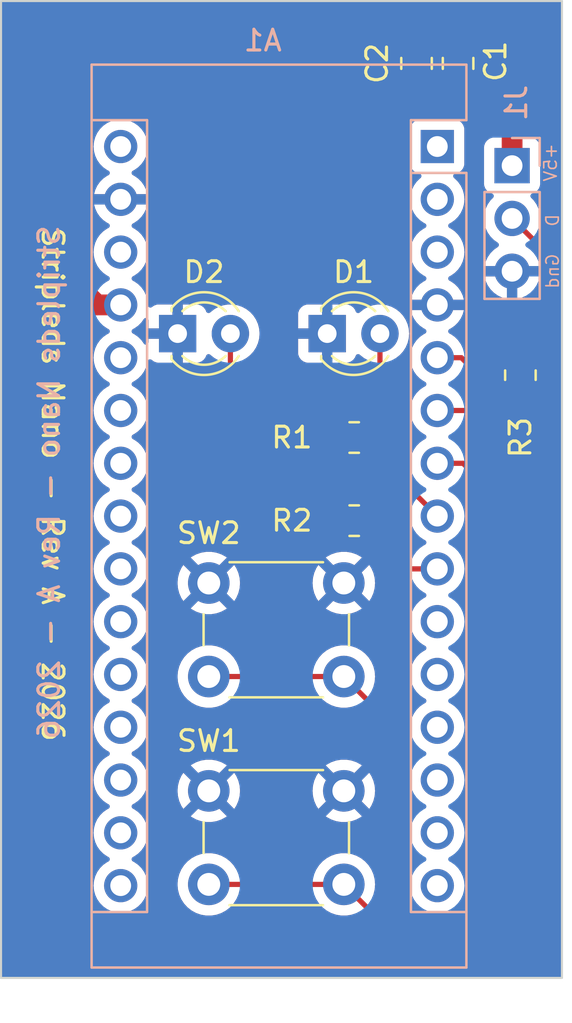
<source format=kicad_pcb>
(kicad_pcb (version 20221018) (generator pcbnew)
  (title_block (title "Carte Stripleds Nano") (date "2025-12-13") (rev "Rev A") (company "BPC") (comment 1 "2 SW - 2 LEDs - 1 Bandeau RGB - Alim USB"))
  (layers (0 "F.Cu" signal) (31 "B.Cu" signal) (34 "B.Paste" user) (35 "F.Paste" user) (36 "B.SilkS" user "B.Silkscreen") (37 "F.SilkS" user "F.Silkscreen") (38 "B.Mask" user) (39 "F.Mask" user) (44 "Edge.Cuts" user))
  (net 0 "")
  (net 7 "GND")
  (net 10 "Net-(A1-D3)")
  (net 12 "Net-(A1-D4)")
  (net 14 "Net-(A1-D5)")
  (net 16 "Net-(A1-D6)")
  (net 28 "Net-(A1-D2)")
  (net 29 "+5V")
  (net 30 "Net-(D1-A)")
  (net 31 "Net-(D2-A)")
  (net 32 "Net-(J1-Pin_2)")
  (footprint "LED_THT:LED_D3.0mm_FlatTop" (layer "F.Cu") (at 145.7 70)
    (fp_text reference "D1" (at 1.27 -2.96) (layer "F.SilkS"))
    (fp_text value "LED")
    (fp_line (start -0.29 -1.236) (end -0.29 -1.08) (stroke (width 0.12)) (layer "F.SilkS"))
    (fp_line (start -0.29 1.08) (end -0.29 1.236) (stroke (width 0.12)) (layer "F.SilkS"))
    (fp_arc (start -0.29 -1.235516) (mid 1.366487 -1.987659) (end 2.942335 -1.078608) (stroke (width 0.12)) (layer "F.SilkS"))
    (fp_arc (start 0.229039 -1.08) (mid 1.270117 -1.5) (end 2.31113 -1.079837) (stroke (width 0.12)) (layer "F.SilkS"))
    (fp_arc (start 2.31113 1.079837) (mid 1.270117 1.5) (end 0.229039 1.08) (stroke (width 0.12)) (layer "F.SilkS"))
    (fp_arc (start 2.942335 1.078608) (mid 1.366487 1.987659) (end -0.29 1.235516) (stroke (width 0.12)) (layer "F.SilkS"))
    (pad "1" thru_hole rect (at 0 0) (size 1.8 1.8) (drill 0.9) (layers "*.Cu" "*.Mask") (net 7 "GND"))
    (pad "2" thru_hole circle (at 2.54 0) (size 1.8 1.8) (drill 0.9) (layers "*.Cu" "*.Mask") (net 30 "Net-(D1-A)"))
  )
  (footprint "Button_Switch_THT:SW_PUSH_6mm" (layer "F.Cu") (at 140 92)
    (fp_text reference "SW1" (at 0 -2.4) (layer "F.SilkS"))
    (fp_text value "SW_Push")
    (fp_line (start -0.25 1.5) (end -0.25 3) (stroke (width 0.12)) (layer "F.SilkS"))
    (fp_line (start 1 5.5) (end 5.5 5.5) (stroke (width 0.12)) (layer "F.SilkS"))
    (fp_line (start 5.5 -1) (end 1 -1) (stroke (width 0.12)) (layer "F.SilkS"))
    (fp_line (start 6.75 3) (end 6.75 1.5) (stroke (width 0.12)) (layer "F.SilkS"))
    (pad "1" thru_hole circle (at 0 0 90) (size 2 2) (drill 1.1) (layers "*.Cu" "*.Mask") (net 7 "GND"))
    (pad "1" thru_hole circle (at 6.5 0 90) (size 2 2) (drill 1.1) (layers "*.Cu" "*.Mask") (net 7 "GND"))
    (pad "2" thru_hole circle (at 0 4.5 90) (size 2 2) (drill 1.1) (layers "*.Cu" "*.Mask") (net 10 "Net-(A1-D3)"))
    (pad "2" thru_hole circle (at 6.5 4.5 90) (size 2 2) (drill 1.1) (layers "*.Cu" "*.Mask") (net 10 "Net-(A1-D3)"))
  )
  (footprint "Button_Switch_THT:SW_PUSH_6mm" (layer "F.Cu") (at 140 82)
    (fp_text reference "SW2" (at 0 -2.4) (layer "F.SilkS"))
    (fp_text value "SW_Push")
    (fp_line (start -0.25 1.5) (end -0.25 3) (stroke (width 0.12)) (layer "F.SilkS"))
    (fp_line (start 1 5.5) (end 5.5 5.5) (stroke (width 0.12)) (layer "F.SilkS"))
    (fp_line (start 5.5 -1) (end 1 -1) (stroke (width 0.12)) (layer "F.SilkS"))
    (fp_line (start 6.75 3) (end 6.75 1.5) (stroke (width 0.12)) (layer "F.SilkS"))
    (pad "1" thru_hole circle (at 0 0 90) (size 2 2) (drill 1.1) (layers "*.Cu" "*.Mask") (net 7 "GND"))
    (pad "1" thru_hole circle (at 6.5 0 90) (size 2 2) (drill 1.1) (layers "*.Cu" "*.Mask") (net 7 "GND"))
    (pad "2" thru_hole circle (at 0 4.5 90) (size 2 2) (drill 1.1) (layers "*.Cu" "*.Mask") (net 12 "Net-(A1-D4)"))
    (pad "2" thru_hole circle (at 6.5 4.5 90) (size 2 2) (drill 1.1) (layers "*.Cu" "*.Mask") (net 12 "Net-(A1-D4)"))
  )
  (footprint "Resistor_SMD:R_0805_2012Metric_Pad1.20x1.40mm_HandSolder" (layer "F.Cu") (at 147 79)
    (fp_text reference "R2" (at -3 0) (layer "F.SilkS"))
    (fp_text value "220")
    (fp_line (start -0.227064 -0.735) (end 0.227064 -0.735) (stroke (width 0.12)) (layer "F.SilkS"))
    (fp_line (start -0.227064 0.735) (end 0.227064 0.735) (stroke (width 0.12)) (layer "F.SilkS"))
    (pad "1" smd roundrect (at -1 0) (size 1.2 1.4) (layers "F.Cu" "F.Paste" "F.Mask") (roundrect_rratio 0.208333) (net 31 "Net-(D2-A)"))
    (pad "2" smd roundrect (at 1 0) (size 1.2 1.4) (layers "F.Cu" "F.Paste" "F.Mask") (roundrect_rratio 0.208333) (net 16 "Net-(A1-D6)"))
  )
  (footprint "Resistor_SMD:R_0805_2012Metric_Pad1.20x1.40mm_HandSolder" (layer "F.Cu") (at 147 75)
    (fp_text reference "R1" (at -3 0) (layer "F.SilkS"))
    (fp_text value "220")
    (fp_line (start -0.227064 -0.735) (end 0.227064 -0.735) (stroke (width 0.12)) (layer "F.SilkS"))
    (fp_line (start -0.227064 0.735) (end 0.227064 0.735) (stroke (width 0.12)) (layer "F.SilkS"))
    (pad "1" smd roundrect (at -1 0) (size 1.2 1.4) (layers "F.Cu" "F.Paste" "F.Mask") (roundrect_rratio 0.208333) (net 30 "Net-(D1-A)"))
    (pad "2" smd roundrect (at 1 0) (size 1.2 1.4) (layers "F.Cu" "F.Paste" "F.Mask") (roundrect_rratio 0.208333) (net 14 "Net-(A1-D5)"))
  )
  (footprint "Capacitor_SMD:C_0805_2012Metric_Pad1.18x1.45mm_HandSolder" (layer "F.Cu") (at 152 57 90)
    (fp_text reference "C1" (at 0.1 1.8 270) (layer "F.SilkS"))
    (fp_text value "10n")
    (fp_line (start -0.261252 -0.735) (end 0.261252 -0.735) (stroke (width 0.12)) (layer "F.SilkS"))
    (fp_line (start -0.261252 0.735) (end 0.261252 0.735) (stroke (width 0.12)) (layer "F.SilkS"))
    (pad "1" smd roundrect (at -1.0375 0 90) (size 1.175 1.45) (layers "F.Cu" "F.Paste" "F.Mask") (roundrect_rratio 0.212766) (net 7 "GND"))
    (pad "2" smd roundrect (at 1.0375 0 90) (size 1.175 1.45) (layers "F.Cu" "F.Paste" "F.Mask") (roundrect_rratio 0.212766) (net 29 "+5V"))
  )
  (footprint "Capacitor_SMD:C_0805_2012Metric_Pad1.18x1.45mm_HandSolder" (layer "F.Cu") (at 150 57 -90)
    (fp_text reference "C2" (at 0 1.9 -90) (layer "F.SilkS"))
    (fp_text value "1µF")
    (fp_line (start -0.261252 -0.735) (end 0.261252 -0.735) (stroke (width 0.12)) (layer "F.SilkS"))
    (fp_line (start -0.261252 0.735) (end 0.261252 0.735) (stroke (width 0.12)) (layer "F.SilkS"))
    (pad "1" smd roundrect (at -1.0375 0 270) (size 1.175 1.45) (layers "F.Cu" "F.Paste" "F.Mask") (roundrect_rratio 0.212766) (net 29 "+5V"))
    (pad "2" smd roundrect (at 1.0375 0 270) (size 1.175 1.45) (layers "F.Cu" "F.Paste" "F.Mask") (roundrect_rratio 0.212766) (net 7 "GND"))
  )
  (footprint "LED_THT:LED_D3.0mm_FlatTop" (layer "F.Cu") (at 138.5 70)
    (fp_text reference "D2" (at 1.27 -2.96) (layer "F.SilkS"))
    (fp_text value "LED")
    (fp_line (start -0.29 -1.236) (end -0.29 -1.08) (stroke (width 0.12)) (layer "F.SilkS"))
    (fp_line (start -0.29 1.08) (end -0.29 1.236) (stroke (width 0.12)) (layer "F.SilkS"))
    (fp_arc (start -0.29 -1.235516) (mid 1.366487 -1.987659) (end 2.942335 -1.078608) (stroke (width 0.12)) (layer "F.SilkS"))
    (fp_arc (start 0.229039 -1.08) (mid 1.270117 -1.5) (end 2.31113 -1.079837) (stroke (width 0.12)) (layer "F.SilkS"))
    (fp_arc (start 2.31113 1.079837) (mid 1.270117 1.5) (end 0.229039 1.08) (stroke (width 0.12)) (layer "F.SilkS"))
    (fp_arc (start 2.942335 1.078608) (mid 1.366487 1.987659) (end -0.29 1.235516) (stroke (width 0.12)) (layer "F.SilkS"))
    (pad "1" thru_hole rect (at 0 0) (size 1.8 1.8) (drill 0.9) (layers "*.Cu" "*.Mask") (net 7 "GND"))
    (pad "2" thru_hole circle (at 2.54 0) (size 1.8 1.8) (drill 0.9) (layers "*.Cu" "*.Mask") (net 31 "Net-(D2-A)"))
  )
  (footprint "Resistor_SMD:R_0805_2012Metric_Pad1.20x1.40mm_HandSolder" (layer "F.Cu") (at 155 72 90)
    (fp_text reference "R3" (at -3 0 270) (layer "F.SilkS"))
    (fp_text value "100")
    (fp_line (start -0.227064 -0.735) (end 0.227064 -0.735) (stroke (width 0.12)) (layer "F.SilkS"))
    (fp_line (start -0.227064 0.735) (end 0.227064 0.735) (stroke (width 0.12)) (layer "F.SilkS"))
    (pad "1" smd roundrect (at -1 0 90) (size 1.2 1.4) (layers "F.Cu" "F.Paste" "F.Mask") (roundrect_rratio 0.208333) (net 28 "Net-(A1-D2)"))
    (pad "2" smd roundrect (at 1 0 90) (size 1.2 1.4) (layers "F.Cu" "F.Paste" "F.Mask") (roundrect_rratio 0.208333) (net 32 "Net-(J1-Pin_2)"))
  )
  (footprint "bpc:BPC_Arduino_Nano" (layer "B.Cu") (at 151 61 180)
    (fp_text reference "A1" (at 8.4 5.1) (layer "B.SilkS") (effects (justify mirror)))
    (fp_text value "Arduino_Nano_v3.x")
    (fp_line (start -1.4 -39.5) (end 16.64 -39.5) (stroke (width 0.12)) (layer "B.SilkS"))
    (fp_line (start -1.4 -1.27) (end -1.4 -39.5) (stroke (width 0.12)) (layer "B.SilkS"))
    (fp_line (start -1.4 3.94) (end -1.4 1.27) (stroke (width 0.12)) (layer "B.SilkS"))
    (fp_line (start 1.27 -36.83) (end -1.4 -36.83) (stroke (width 0.12)) (layer "B.SilkS"))
    (fp_line (start 1.27 -1.27) (end -1.4 -1.27) (stroke (width 0.12)) (layer "B.SilkS"))
    (fp_line (start 1.27 -1.27) (end 1.27 -36.83) (stroke (width 0.12)) (layer "B.SilkS"))
    (fp_line (start 1.27 -1.27) (end 1.27 1.27) (stroke (width 0.12)) (layer "B.SilkS"))
    (fp_line (start 1.27 1.27) (end -1.4 1.27) (stroke (width 0.12)) (layer "B.SilkS"))
    (fp_line (start 13.97 -36.83) (end 16.64 -36.83) (stroke (width 0.12)) (layer "B.SilkS"))
    (fp_line (start 13.97 1.27) (end 13.97 -36.83) (stroke (width 0.12)) (layer "B.SilkS"))
    (fp_line (start 13.97 1.27) (end 16.64 1.27) (stroke (width 0.12)) (layer "B.SilkS"))
    (fp_line (start 16.64 -39.5) (end 16.64 3.94) (stroke (width 0.12)) (layer "B.SilkS"))
    (fp_line (start 16.64 3.94) (end -1.4 3.94) (stroke (width 0.12)) (layer "B.SilkS"))
    (pad "1" thru_hole rect (at 0 0 180) (size 1.6 1.6) (drill 1) (layers "*.Cu" "*.Mask"))
    (pad "2" thru_hole oval (at 0 -2.54 180) (size 1.6 1.6) (drill 1) (layers "*.Cu" "*.Mask"))
    (pad "3" thru_hole oval (at 0 -5.08 180) (size 1.6 1.6) (drill 1) (layers "*.Cu" "*.Mask"))
    (pad "4" thru_hole oval (at 0 -7.62 180) (size 1.6 1.6) (drill 1) (layers "*.Cu" "*.Mask") (net 7 "GND"))
    (pad "5" thru_hole oval (at 0 -10.16 180) (size 1.6 1.6) (drill 1) (layers "*.Cu" "*.Mask") (net 28 "Net-(A1-D2)"))
    (pad "6" thru_hole oval (at 0 -12.7 180) (size 1.6 1.6) (drill 1) (layers "*.Cu" "*.Mask") (net 10 "Net-(A1-D3)"))
    (pad "7" thru_hole oval (at 0 -15.24 180) (size 1.6 1.6) (drill 1) (layers "*.Cu" "*.Mask") (net 12 "Net-(A1-D4)"))
    (pad "8" thru_hole oval (at 0 -17.78 180) (size 1.6 1.6) (drill 1) (layers "*.Cu" "*.Mask") (net 14 "Net-(A1-D5)"))
    (pad "9" thru_hole oval (at 0 -20.32 180) (size 1.6 1.6) (drill 1) (layers "*.Cu" "*.Mask") (net 16 "Net-(A1-D6)"))
    (pad "10" thru_hole oval (at 0 -22.86 180) (size 1.6 1.6) (drill 1) (layers "*.Cu" "*.Mask"))
    (pad "11" thru_hole oval (at 0 -25.4 180) (size 1.6 1.6) (drill 1) (layers "*.Cu" "*.Mask"))
    (pad "12" thru_hole oval (at 0 -27.94 180) (size 1.6 1.6) (drill 1) (layers "*.Cu" "*.Mask"))
    (pad "13" thru_hole oval (at 0 -30.48 180) (size 1.6 1.6) (drill 1) (layers "*.Cu" "*.Mask"))
    (pad "14" thru_hole oval (at 0 -33.02 180) (size 1.6 1.6) (drill 1) (layers "*.Cu" "*.Mask"))
    (pad "15" thru_hole oval (at 0 -35.56 180) (size 1.6 1.6) (drill 1) (layers "*.Cu" "*.Mask"))
    (pad "16" thru_hole oval (at 15.24 -35.56 180) (size 1.6 1.6) (drill 1) (layers "*.Cu" "*.Mask"))
    (pad "17" thru_hole oval (at 15.24 -33.02 180) (size 1.6 1.6) (drill 1) (layers "*.Cu" "*.Mask"))
    (pad "18" thru_hole oval (at 15.24 -30.48 180) (size 1.6 1.6) (drill 1) (layers "*.Cu" "*.Mask"))
    (pad "19" thru_hole oval (at 15.24 -27.94 180) (size 1.6 1.6) (drill 1) (layers "*.Cu" "*.Mask"))
    (pad "20" thru_hole oval (at 15.24 -25.4 180) (size 1.6 1.6) (drill 1) (layers "*.Cu" "*.Mask"))
    (pad "21" thru_hole oval (at 15.24 -22.86 180) (size 1.6 1.6) (drill 1) (layers "*.Cu" "*.Mask"))
    (pad "22" thru_hole oval (at 15.24 -20.32 180) (size 1.6 1.6) (drill 1) (layers "*.Cu" "*.Mask"))
    (pad "23" thru_hole oval (at 15.24 -17.78 180) (size 1.6 1.6) (drill 1) (layers "*.Cu" "*.Mask"))
    (pad "24" thru_hole oval (at 15.24 -15.24 180) (size 1.6 1.6) (drill 1) (layers "*.Cu" "*.Mask"))
    (pad "25" thru_hole oval (at 15.24 -12.7 180) (size 1.6 1.6) (drill 1) (layers "*.Cu" "*.Mask"))
    (pad "26" thru_hole oval (at 15.24 -10.16 180) (size 1.6 1.6) (drill 1) (layers "*.Cu" "*.Mask"))
    (pad "27" thru_hole oval (at 15.24 -7.62 180) (size 1.6 1.6) (drill 1) (layers "*.Cu" "*.Mask") (net 29 "+5V"))
    (pad "28" thru_hole oval (at 15.24 -5.08 180) (size 1.6 1.6) (drill 1) (layers "*.Cu" "*.Mask"))
    (pad "29" thru_hole oval (at 15.24 -2.54 180) (size 1.6 1.6) (drill 1) (layers "*.Cu" "*.Mask") (net 7 "GND"))
    (pad "30" thru_hole oval (at 15.24 0 180) (size 1.6 1.6) (drill 1) (layers "*.Cu" "*.Mask"))
  )
  (footprint "Connector_PinHeader_2.54mm:PinHeader_1x03_P2.54mm_Vertical" (layer "B.Cu") (at 154.6 61.92 180)
    (fp_text reference "J1" (at -0.2 3.02 90) (layer "B.SilkS") (effects (justify mirror)))
    (fp_text value "LEDs")
    (fp_line (start -1.33 -6.41) (end 1.33 -6.41) (stroke (width 0.12)) (layer "B.SilkS"))
    (fp_line (start -1.33 -1.27) (end -1.33 -6.41) (stroke (width 0.12)) (layer "B.SilkS"))
    (fp_line (start -1.33 -1.27) (end 1.33 -1.27) (stroke (width 0.12)) (layer "B.SilkS"))
    (fp_line (start -1.33 0) (end -1.33 1.33) (stroke (width 0.12)) (layer "B.SilkS"))
    (fp_line (start -1.33 1.33) (end 0 1.33) (stroke (width 0.12)) (layer "B.SilkS"))
    (fp_line (start 1.33 -1.27) (end 1.33 -6.41) (stroke (width 0.12)) (layer "B.SilkS"))
    (pad "1" thru_hole rect (at 0 0 180) (size 1.7 1.7) (drill 1) (layers "*.Cu" "*.Mask") (net 29 "+5V"))
    (pad "2" thru_hole oval (at 0 -2.54 180) (size 1.7 1.7) (drill 1) (layers "*.Cu" "*.Mask") (net 32 "Net-(J1-Pin_2)"))
    (pad "3" thru_hole oval (at 0 -5.08 180) (size 1.7 1.7) (drill 1) (layers "*.Cu" "*.Mask") (net 7 "GND"))
  )
  (gr_line (start 130 101) (end 130 54) (stroke (width 0.1)) (layer "Edge.Cuts"))
  (gr_line (start 157 54) (end 157 101) (stroke (width 0.1)) (layer "Edge.Cuts"))
  (gr_line (start 130 54) (end 157 54) (stroke (width 0.1)) (layer "Edge.Cuts"))
  (gr_line (start 157 101) (end 130 101) (stroke (width 0.1)) (layer "Edge.Cuts"))
  (gr_text "Gnd" (at 156.9 66.1 90) (layer "B.SilkS") (effects (font (size 0.6 0.6) (thickness 0.08)) (justify left bottom mirror)))
  (gr_text "+5V" (at 156.8 60.8 90) (layer "B.SilkS") (effects (font (size 0.6 0.6) (thickness 0.08)) (justify left bottom mirror)))
  (gr_text "D" (at 156.9 64.2 90) (layer "B.SilkS") (effects (font (size 0.6 0.6) (thickness 0.08)) (justify left bottom mirror)))
  (gr_text "Stripleds Nano - Rev A - 2026" (at 132.9 64.7 90) (layer "B.SilkS") (effects (font (size 1 1)) (justify left bottom mirror)))
  (gr_text "Stripleds Nano - Rev A - 2026" (at 131.9 64.8 -90) (layer "F.SilkS") (effects (font (size 1 1)) (justify left bottom)))
  (segment (start 152.7 73.7) (end 151 73.7) (width 0.25) (layer "F.Cu") (net 10))
  (segment (start 154 98) (end 154 75) (width 0.25) (layer "F.Cu") (net 10))
  (segment (start 140 96.5) (end 146.5 96.5) (width 0.25) (layer "F.Cu") (net 10))
  (segment (start 154 75) (end 152.7 73.7) (width 0.25) (layer "F.Cu") (net 10))
  (segment (start 152 100) (end 154 98) (width 0.25) (layer "F.Cu") (net 10))
  (segment (start 150 100) (end 152 100) (width 0.25) (layer "F.Cu") (net 10))
  (segment (start 146.5 96.5) (end 150 100) (width 0.25) (layer "F.Cu") (net 10))
  (segment (start 140 86.5) (end 146.5 86.5) (width 0.25) (layer "F.Cu") (net 12))
  (segment (start 152 99) (end 150 99) (width 0.25) (layer "F.Cu") (net 12))
  (segment (start 150 99) (end 149 98) (width 0.25) (layer "F.Cu") (net 12))
  (segment (start 152.24 76.24) (end 153 77) (width 0.25) (layer "F.Cu") (net 12))
  (segment (start 153 98) (end 152 99) (width 0.25) (layer "F.Cu") (net 12))
  (segment (start 149 98) (end 149 89) (width 0.25) (layer "F.Cu") (net 12))
  (segment (start 151 76.24) (end 152.24 76.24) (width 0.25) (layer "F.Cu") (net 12))
  (segment (start 149 89) (end 146.5 86.5) (width 0.25) (layer "F.Cu") (net 12))
  (segment (start 153 77) (end 153 98) (width 0.25) (layer "F.Cu") (net 12))
  (segment (start 148 75.78) (end 148 75) (width 0.25) (layer "F.Cu") (net 14))
  (segment (start 151 78.78) (end 148 75.78) (width 0.25) (layer "F.Cu") (net 14))
  (segment (start 148 80) (end 148 79) (width 0.25) (layer "F.Cu") (net 16))
  (segment (start 149.32 81.32) (end 148 80) (width 0.25) (layer "F.Cu") (net 16))
  (segment (start 151 81.32) (end 149.32 81.32) (width 0.25) (layer "F.Cu") (net 16))
  (segment (start 151 71.16) (end 152.16 71.16) (width 0.25) (layer "F.Cu") (net 28))
  (segment (start 154 73) (end 155 73) (width 0.25) (layer "F.Cu") (net 28))
  (segment (start 152.16 71.16) (end 154 73) (width 0.25) (layer "F.Cu") (net 28))
  (segment (start 135.76 68.62) (end 134.62 68.62) (width 1) (layer "F.Cu") (net 29))
  (segment (start 135 55.9625) (end 150 55.9625) (width 1) (layer "F.Cu") (net 29))
  (segment (start 154 56) (end 152.0375 56) (width 1) (layer "F.Cu") (net 29))
  (segment (start 152.0375 56) (end 152 55.9625) (width 1) (layer "F.Cu") (net 29))
  (segment (start 132 66) (end 132 58.9625) (width 1) (layer "F.Cu") (net 29))
  (segment (start 134.62 68.62) (end 132 66) (width 1) (layer "F.Cu") (net 29))
  (segment (start 152 55.9625) (end 150 55.9625) (width 1) (layer "F.Cu") (net 29))
  (segment (start 154.6 56.6) (end 154 56) (width 1) (layer "F.Cu") (net 29))
  (segment (start 132 58.9625) (end 135 55.9625) (width 1) (layer "F.Cu") (net 29))
  (segment (start 154.6 61.92) (end 154.6 56.6) (width 1) (layer "F.Cu") (net 29))
  (segment (start 146 75) (end 146 74) (width 0.25) (layer "F.Cu") (net 30))
  (segment (start 148.24 71.76) (end 146 74) (width 0.25) (layer "F.Cu") (net 30))
  (segment (start 148.24 70) (end 148.24 71.76) (width 0.25) (layer "F.Cu") (net 30))
  (segment (start 146 79) (end 145 79) (width 0.25) (layer "F.Cu") (net 31))
  (segment (start 141.04 75.04) (end 141.04 70) (width 0.25) (layer "F.Cu") (net 31))
  (segment (start 145 79) (end 141.04 75.04) (width 0.25) (layer "F.Cu") (net 31))
  (segment (start 155 71) (end 155 70) (width 0.25) (layer "F.Cu") (net 32))
  (segment (start 155 70) (end 156 69) (width 0.25) (layer "F.Cu") (net 32))
  (segment (start 156 69) (end 156 65.86) (width 0.25) (layer "F.Cu") (net 32))
  (segment (start 156 65.86) (end 154.6 64.46) (width 0.25) (layer "F.Cu") (net 32))
  (zone (net 7) (net_name "GND") (layers "F&B.Cu") (connect_pads (clearance 0.5)) (min_thickness 0.25) (fill yes (thermal_gap 0.5) (thermal_bridge_width 0.5))
    (polygon (pts (xy 130 54) (xy 157 54) (xy 157 101) (xy 130 101)))
  )
)
</source>
